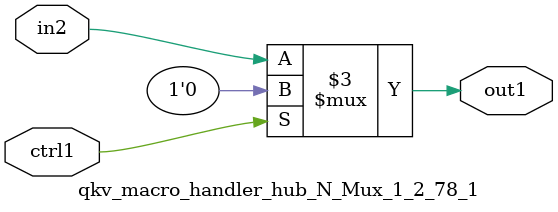
<source format=v>

`timescale 1ps / 1ps


module qkv_macro_handler_hub_N_Mux_1_2_78_1( in2, ctrl1, out1 );

    input in2;
    input ctrl1;
    output out1;
    reg out1;

    
    // rtl_process:qkv_macro_handler_hub_N_Mux_1_2_78_1/qkv_macro_handler_hub_N_Mux_1_2_78_1_thread_1
    always @*
      begin : qkv_macro_handler_hub_N_Mux_1_2_78_1_thread_1
        case (ctrl1) 
          1'b1: 
            begin
              out1 = 1'b0;
            end
          default: 
            begin
              out1 = in2;
            end
        endcase
      end

endmodule



</source>
